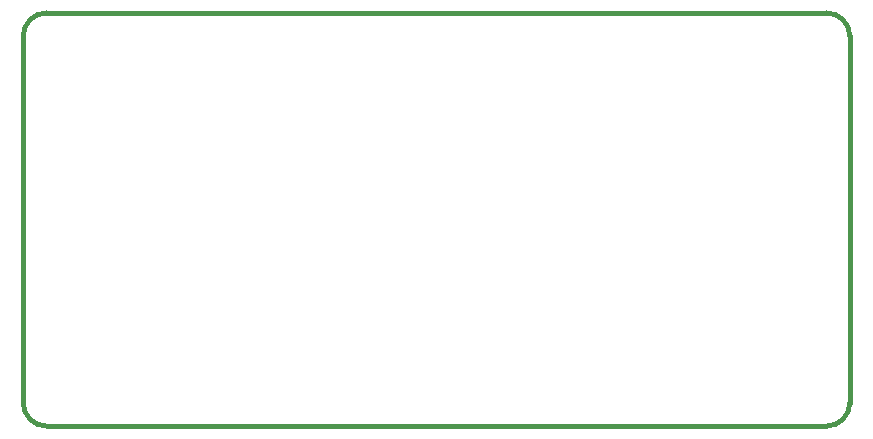
<source format=gbr>
%TF.GenerationSoftware,KiCad,Pcbnew,9.0.6*%
%TF.CreationDate,2026-01-13T17:11:53+01:00*%
%TF.ProjectId,TempWatchtV1,54656d70-5761-4746-9368-7456312e6b69,rev?*%
%TF.SameCoordinates,Original*%
%TF.FileFunction,Profile,NP*%
%FSLAX46Y46*%
G04 Gerber Fmt 4.6, Leading zero omitted, Abs format (unit mm)*
G04 Created by KiCad (PCBNEW 9.0.6) date 2026-01-13 17:11:53*
%MOMM*%
%LPD*%
G01*
G04 APERTURE LIST*
%TA.AperFunction,Profile*%
%ADD10C,0.400000*%
%TD*%
G04 APERTURE END LIST*
D10*
X173000000Y-90000000D02*
G75*
G02*
X175000000Y-92000000I0J-2000000D01*
G01*
X107000000Y-125000000D02*
G75*
G02*
X105000000Y-123000000I0J2000000D01*
G01*
X175000000Y-123000000D02*
G75*
G02*
X173000000Y-125000000I-2000000J0D01*
G01*
X175000000Y-92000000D02*
X175000000Y-123000000D01*
X173000000Y-125000000D02*
X107000000Y-125000000D01*
X107000000Y-90000000D02*
X173000000Y-90000000D01*
X105000000Y-92000000D02*
G75*
G02*
X107000000Y-90000000I2000000J0D01*
G01*
X105000000Y-123000000D02*
X105000000Y-92000000D01*
M02*

</source>
